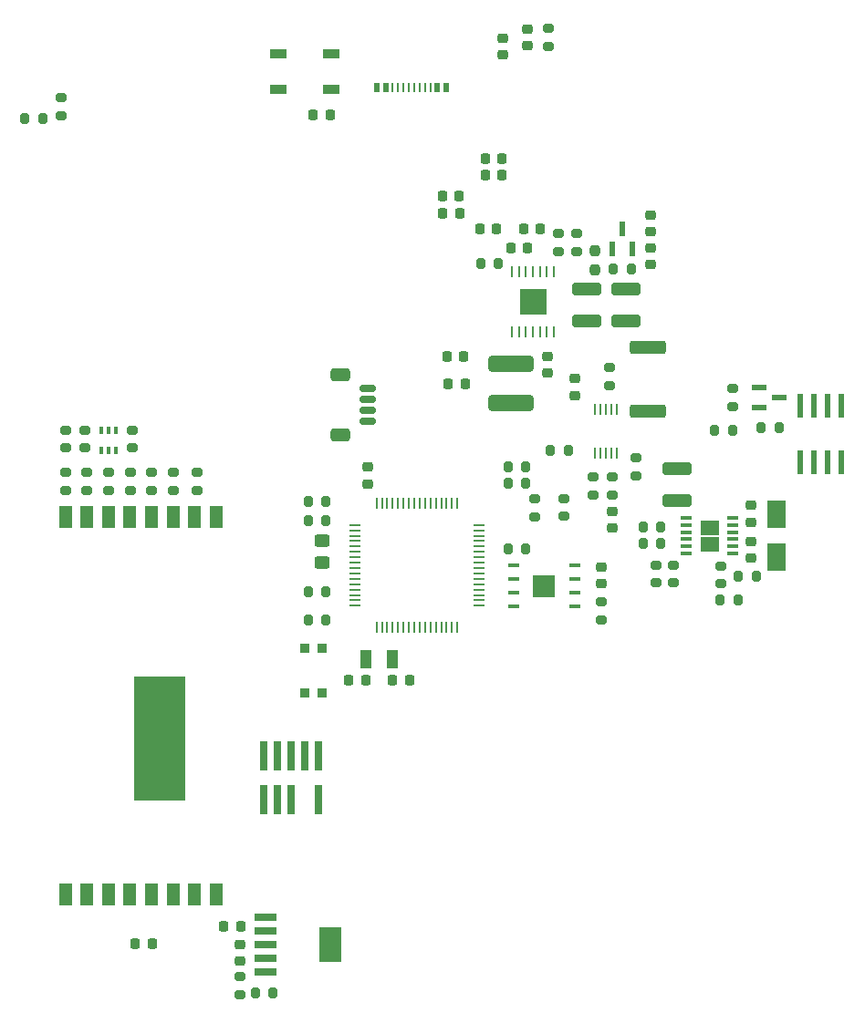
<source format=gtp>
%TF.GenerationSoftware,KiCad,Pcbnew,7.0.9*%
%TF.CreationDate,2024-05-14T22:46:04-07:00*%
%TF.ProjectId,mainboard,6d61696e-626f-4617-9264-2e6b69636164,06b*%
%TF.SameCoordinates,Original*%
%TF.FileFunction,Paste,Top*%
%TF.FilePolarity,Positive*%
%FSLAX46Y46*%
G04 Gerber Fmt 4.6, Leading zero omitted, Abs format (unit mm)*
G04 Created by KiCad (PCBNEW 7.0.9) date 2024-05-14 22:46:04*
%MOMM*%
%LPD*%
G01*
G04 APERTURE LIST*
G04 Aperture macros list*
%AMRoundRect*
0 Rectangle with rounded corners*
0 $1 Rounding radius*
0 $2 $3 $4 $5 $6 $7 $8 $9 X,Y pos of 4 corners*
0 Add a 4 corners polygon primitive as box body*
4,1,4,$2,$3,$4,$5,$6,$7,$8,$9,$2,$3,0*
0 Add four circle primitives for the rounded corners*
1,1,$1+$1,$2,$3*
1,1,$1+$1,$4,$5*
1,1,$1+$1,$6,$7*
1,1,$1+$1,$8,$9*
0 Add four rect primitives between the rounded corners*
20,1,$1+$1,$2,$3,$4,$5,0*
20,1,$1+$1,$4,$5,$6,$7,0*
20,1,$1+$1,$6,$7,$8,$9,0*
20,1,$1+$1,$8,$9,$2,$3,0*%
G04 Aperture macros list end*
%ADD10C,0.025400*%
%ADD11RoundRect,0.250000X0.650000X-0.350000X0.650000X0.350000X-0.650000X0.350000X-0.650000X-0.350000X0*%
%ADD12RoundRect,0.150000X0.625000X-0.150000X0.625000X0.150000X-0.625000X0.150000X-0.625000X-0.150000X0*%
%ADD13RoundRect,0.250000X-1.100000X0.325000X-1.100000X-0.325000X1.100000X-0.325000X1.100000X0.325000X0*%
%ADD14RoundRect,0.200000X-0.200000X-0.275000X0.200000X-0.275000X0.200000X0.275000X-0.200000X0.275000X0*%
%ADD15R,0.213360X1.120140*%
%ADD16R,1.722000X1.617000*%
%ADD17RoundRect,0.225000X-0.225000X-0.250000X0.225000X-0.250000X0.225000X0.250000X-0.225000X0.250000X0*%
%ADD18RoundRect,0.225000X0.250000X-0.225000X0.250000X0.225000X-0.250000X0.225000X-0.250000X-0.225000X0*%
%ADD19RoundRect,0.200000X0.200000X0.275000X-0.200000X0.275000X-0.200000X-0.275000X0.200000X-0.275000X0*%
%ADD20RoundRect,0.225000X0.225000X0.250000X-0.225000X0.250000X-0.225000X-0.250000X0.225000X-0.250000X0*%
%ADD21R,1.320800X0.558800*%
%ADD22R,0.210000X1.032500*%
%ADD23R,1.032500X0.210000*%
%ADD24R,0.609600X2.209800*%
%ADD25R,1.050000X0.450000*%
%ADD26R,2.100000X2.100000*%
%ADD27RoundRect,0.200000X-0.275000X0.200000X-0.275000X-0.200000X0.275000X-0.200000X0.275000X0.200000X0*%
%ADD28R,1.500000X0.900000*%
%ADD29RoundRect,0.225000X-0.250000X0.225000X-0.250000X-0.225000X0.250000X-0.225000X0.250000X0.225000X0*%
%ADD30RoundRect,0.250000X-0.450000X0.325000X-0.450000X-0.325000X0.450000X-0.325000X0.450000X0.325000X0*%
%ADD31RoundRect,0.200000X0.275000X-0.200000X0.275000X0.200000X-0.275000X0.200000X-0.275000X-0.200000X0*%
%ADD32R,1.000000X1.800000*%
%ADD33RoundRect,0.218750X0.256250X-0.218750X0.256250X0.218750X-0.256250X0.218750X-0.256250X-0.218750X0*%
%ADD34RoundRect,0.250000X-1.425000X0.362500X-1.425000X-0.362500X1.425000X-0.362500X1.425000X0.362500X0*%
%ADD35RoundRect,0.333000X-1.767000X0.417000X-1.767000X-0.417000X1.767000X-0.417000X1.767000X0.417000X0*%
%ADD36R,0.558800X1.320800*%
%ADD37RoundRect,0.250000X1.100000X-0.325000X1.100000X0.325000X-1.100000X0.325000X-1.100000X-0.325000X0*%
%ADD38R,0.211328X1.137920*%
%ADD39R,0.900000X0.900000*%
%ADD40R,0.400000X0.650000*%
%ADD41R,2.000000X0.650000*%
%ADD42R,2.000000X3.200000*%
%ADD43R,0.480000X0.920000*%
%ADD44R,0.240000X0.920000*%
%ADD45R,0.977900X0.302260*%
%ADD46R,1.700000X2.500000*%
%ADD47RoundRect,0.237500X0.237500X-0.250000X0.237500X0.250000X-0.237500X0.250000X-0.237500X-0.250000X0*%
%ADD48R,0.740000X2.790000*%
%ADD49R,1.300000X2.000000*%
%ADD50R,4.700000X11.500000*%
G04 APERTURE END LIST*
G36*
X158046100Y-81213096D02*
G01*
X155586100Y-81213096D01*
X155586100Y-78903096D01*
X158046100Y-78903096D01*
X158046100Y-81213096D01*
G37*
D10*
X173978900Y-101677800D02*
X172426300Y-101677800D01*
X172426300Y-100404600D01*
X173978900Y-100404600D01*
X173978900Y-101677800D01*
G36*
X173978900Y-101677800D02*
G01*
X172426300Y-101677800D01*
X172426300Y-100404600D01*
X173978900Y-100404600D01*
X173978900Y-101677800D01*
G37*
X173978900Y-103151000D02*
X172426300Y-103151000D01*
X172426300Y-101877800D01*
X173978900Y-101877800D01*
X173978900Y-103151000D01*
G36*
X173978900Y-103151000D02*
G01*
X172426300Y-103151000D01*
X172426300Y-101877800D01*
X173978900Y-101877800D01*
X173978900Y-103151000D01*
G37*
D11*
X138960000Y-86830000D03*
X138960000Y-92430000D03*
D12*
X141485000Y-88130000D03*
X141485000Y-89130000D03*
X141485000Y-90130000D03*
X141485000Y-91130000D03*
D13*
X170200000Y-95525000D03*
X170200000Y-98475000D03*
D14*
X177991000Y-91694000D03*
X179641000Y-91694000D03*
D15*
X158766134Y-77289496D03*
X158116121Y-77289496D03*
X157466112Y-77289496D03*
X156816100Y-77289496D03*
X156166088Y-77289496D03*
X155516079Y-77289496D03*
X154866066Y-77289496D03*
X154866066Y-82826696D03*
X155516079Y-82826696D03*
X156166088Y-82826696D03*
X156816100Y-82826696D03*
X157466112Y-82826696D03*
X158116121Y-82826696D03*
X158766134Y-82826696D03*
D16*
X156816100Y-80058096D03*
D17*
X148958000Y-87630000D03*
X150508000Y-87630000D03*
X148865600Y-85090000D03*
X150415600Y-85090000D03*
D18*
X158178500Y-86690500D03*
X158178500Y-85140500D03*
D19*
X153606000Y-76517500D03*
X151956000Y-76517500D03*
D20*
X156286500Y-75057000D03*
X154736500Y-75057000D03*
D21*
X177783800Y-87995596D03*
X177783800Y-89900596D03*
X179663400Y-88948096D03*
D14*
X164275000Y-76962000D03*
X165925000Y-76962000D03*
D22*
X142300000Y-110259000D03*
X142800000Y-110259000D03*
X143300000Y-110259000D03*
X143800000Y-110259000D03*
X144300000Y-110259000D03*
X144800000Y-110259000D03*
X145300000Y-110259000D03*
X145800000Y-110259000D03*
X146300000Y-110259000D03*
X146800000Y-110259000D03*
X147300000Y-110259000D03*
X147800000Y-110259000D03*
X148300000Y-110259000D03*
X148800000Y-110259000D03*
X149300000Y-110259000D03*
X149800000Y-110259000D03*
D23*
X151788000Y-108271000D03*
X151788000Y-107771000D03*
X151788000Y-107271000D03*
X151788000Y-106771000D03*
X151788000Y-106271000D03*
X151788000Y-105771000D03*
X151788000Y-105271000D03*
X151788000Y-104771000D03*
X151788000Y-104271000D03*
X151788000Y-103771000D03*
X151788000Y-103271000D03*
X151788000Y-102771000D03*
X151788000Y-102271000D03*
X151788000Y-101771000D03*
X151788000Y-101271000D03*
X151788000Y-100771000D03*
D22*
X149800000Y-98783000D03*
X149300000Y-98783000D03*
X148800000Y-98783000D03*
X148300000Y-98783000D03*
X147800000Y-98783000D03*
X147300000Y-98783000D03*
X146800000Y-98783000D03*
X146300000Y-98783000D03*
X145800000Y-98783000D03*
X145300000Y-98783000D03*
X144800000Y-98783000D03*
X144300000Y-98783000D03*
X143800000Y-98783000D03*
X143300000Y-98783000D03*
X142800000Y-98783000D03*
X142300000Y-98783000D03*
D23*
X140312000Y-100771000D03*
X140312000Y-101271000D03*
X140312000Y-101771000D03*
X140312000Y-102271000D03*
X140312000Y-102771000D03*
X140312000Y-103271000D03*
X140312000Y-103771000D03*
X140312000Y-104271000D03*
X140312000Y-104771000D03*
X140312000Y-105271000D03*
X140312000Y-105771000D03*
X140312000Y-106271000D03*
X140312000Y-106771000D03*
X140312000Y-107271000D03*
X140312000Y-107771000D03*
X140312000Y-108271000D03*
D24*
X185420000Y-89712800D03*
X184150000Y-89712800D03*
X182880000Y-89712800D03*
X181610000Y-89712800D03*
X181610000Y-94945200D03*
X182880000Y-94945200D03*
X184150000Y-94945200D03*
X185420000Y-94945200D03*
D14*
X135954000Y-100330000D03*
X137604000Y-100330000D03*
D25*
X155011000Y-104521000D03*
X155011000Y-105791000D03*
X155011000Y-107061000D03*
X155011000Y-108331000D03*
X160711000Y-108331000D03*
X160711000Y-107061000D03*
X160711000Y-105791000D03*
X160711000Y-104521000D03*
D26*
X157861000Y-106426000D03*
D14*
X154496000Y-95377000D03*
X156146000Y-95377000D03*
D19*
X137604000Y-109601000D03*
X135954000Y-109601000D03*
D18*
X154051000Y-57143000D03*
X154051000Y-55593000D03*
D27*
X158254700Y-54674000D03*
X158254700Y-56324000D03*
D20*
X153937000Y-66776600D03*
X152387000Y-66776600D03*
D17*
X148450000Y-71818500D03*
X150000000Y-71818500D03*
D27*
X159194500Y-73724000D03*
X159194500Y-75374000D03*
D17*
X151879000Y-73279000D03*
X153429000Y-73279000D03*
D28*
X138086000Y-60324000D03*
X138086000Y-57024000D03*
X133186000Y-57024000D03*
X133186000Y-60324000D03*
D19*
X156146000Y-102997000D03*
X154496000Y-102997000D03*
D18*
X164211000Y-101064196D03*
X164211000Y-99514196D03*
D29*
X163195000Y-104683096D03*
X163195000Y-106233096D03*
D14*
X135954000Y-106934000D03*
X137604000Y-106934000D03*
D19*
X137604000Y-98552000D03*
X135954000Y-98552000D03*
D30*
X137287000Y-102226000D03*
X137287000Y-104276000D03*
D20*
X137975000Y-62700000D03*
X136425000Y-62700000D03*
X157493000Y-73279000D03*
X155943000Y-73279000D03*
D17*
X148412000Y-70231000D03*
X149962000Y-70231000D03*
D31*
X162433000Y-97980000D03*
X162433000Y-96330000D03*
X164211000Y-97980000D03*
X164211000Y-96330000D03*
D14*
X158433000Y-93853000D03*
X160083000Y-93853000D03*
D31*
X166370000Y-96202000D03*
X166370000Y-94552000D03*
D19*
X156146000Y-96901000D03*
X154496000Y-96901000D03*
D17*
X143801800Y-115183920D03*
X145351800Y-115183920D03*
D32*
X141294800Y-113278920D03*
X143794800Y-113278920D03*
D20*
X141287800Y-115183920D03*
X139737800Y-115183920D03*
D31*
X160909000Y-75374000D03*
X160909000Y-73724000D03*
D33*
X156293500Y-56286500D03*
X156293500Y-54711500D03*
D34*
X167500000Y-84312500D03*
X167500000Y-90237500D03*
D35*
X154813000Y-85830000D03*
X154813000Y-89430000D03*
D36*
X164147500Y-75171300D03*
X166052500Y-75171300D03*
X165100000Y-73291700D03*
D19*
X175323000Y-91948000D03*
X173673000Y-91948000D03*
D27*
X175387000Y-88123096D03*
X175387000Y-89773096D03*
D37*
X161769100Y-81787096D03*
X161769100Y-78837096D03*
X165481000Y-81787096D03*
X165481000Y-78837096D03*
D29*
X167767000Y-71996000D03*
X167767000Y-73546000D03*
D27*
X163957000Y-86170000D03*
X163957000Y-87820000D03*
D38*
X164576001Y-90030300D03*
X164075999Y-90030300D03*
X163576000Y-90030300D03*
X163076001Y-90030300D03*
X162575999Y-90030300D03*
X162575999Y-94119700D03*
X163076001Y-94119700D03*
X163576000Y-94119700D03*
X164075999Y-94119700D03*
X164576001Y-94119700D03*
D27*
X129649937Y-142705948D03*
X129649937Y-144355948D03*
D39*
X135661500Y-112250000D03*
X135661500Y-116350000D03*
X137261500Y-112250000D03*
X137261500Y-116350000D03*
D18*
X167767000Y-76594000D03*
X167767000Y-75044000D03*
D31*
X115438600Y-97535500D03*
X115438600Y-95885500D03*
X113438600Y-97535500D03*
X113438600Y-95885500D03*
D27*
X119438600Y-95885500D03*
X119438600Y-97535500D03*
D31*
X121438600Y-97535500D03*
X121438600Y-95885500D03*
X113438600Y-93623900D03*
X113438600Y-91973900D03*
X119650000Y-93623900D03*
X119650000Y-91973900D03*
D40*
X116788600Y-93850500D03*
X117438600Y-93850500D03*
X118088600Y-93850500D03*
X118088600Y-91950500D03*
X117438600Y-91950500D03*
X116788600Y-91950500D03*
D27*
X115225000Y-91973900D03*
X115225000Y-93623900D03*
X117438600Y-95885500D03*
X117438600Y-97535500D03*
X123438600Y-95885500D03*
X123438600Y-97535500D03*
D31*
X125666500Y-97535500D03*
X125666500Y-95885500D03*
D41*
X131983937Y-137180948D03*
X131983937Y-138450948D03*
X131983937Y-139720948D03*
X131983937Y-140990948D03*
X131983937Y-142260948D03*
D42*
X137983937Y-139720948D03*
D17*
X119925800Y-139674600D03*
X121475800Y-139674600D03*
D14*
X131058937Y-144258948D03*
X132708937Y-144258948D03*
D29*
X129649937Y-139707948D03*
X129649937Y-141257948D03*
D17*
X152387000Y-68250000D03*
X153937000Y-68250000D03*
D29*
X160675000Y-87200000D03*
X160675000Y-88750000D03*
D43*
X148752000Y-60128000D03*
X147952000Y-60128000D03*
D44*
X146802000Y-60128000D03*
X145802000Y-60128000D03*
X145302000Y-60128000D03*
X144302000Y-60128000D03*
D43*
X143152000Y-60128000D03*
X142352000Y-60128000D03*
D44*
X143802000Y-60128000D03*
X144802000Y-60128000D03*
X146302000Y-60128000D03*
X147302000Y-60128000D03*
D19*
X177532800Y-105567481D03*
X175882800Y-105567481D03*
D27*
X168224200Y-104488481D03*
X168224200Y-106138481D03*
D45*
X171018200Y-100152200D03*
X171018200Y-100802441D03*
X171018200Y-101452681D03*
X171018200Y-102102919D03*
X171018200Y-102753159D03*
X171018200Y-103403400D03*
X175387000Y-103403400D03*
X175387000Y-102753159D03*
X175387000Y-102102919D03*
X175387000Y-101452681D03*
X175387000Y-100802441D03*
X175387000Y-100152200D03*
D46*
X179451000Y-99759000D03*
X179451000Y-103759000D03*
D47*
X162560000Y-77112500D03*
X162560000Y-75287500D03*
D17*
X128133937Y-138008948D03*
X129683937Y-138008948D03*
D18*
X177063400Y-100500481D03*
X177063400Y-98950481D03*
D27*
X169849800Y-104488481D03*
X169849800Y-106138481D03*
D48*
X131825000Y-126280000D03*
X131825000Y-122210000D03*
X133095000Y-126280000D03*
X133095000Y-122210000D03*
X134365000Y-126280000D03*
X134365000Y-122210000D03*
X135635000Y-122210000D03*
X136905000Y-126280000D03*
X136905000Y-122210000D03*
D49*
X113420000Y-135050000D03*
X115420000Y-135050000D03*
X117420000Y-135050000D03*
X119420000Y-135050000D03*
X121420000Y-135050000D03*
X123420000Y-135050000D03*
X125420000Y-135050000D03*
X127420000Y-135050000D03*
X127420000Y-100050000D03*
X125420000Y-100050000D03*
X123420000Y-100050000D03*
X121420000Y-100050000D03*
X119420000Y-100050000D03*
X117420000Y-100050000D03*
X115420000Y-100050000D03*
X113420000Y-100050000D03*
D50*
X122170000Y-120600000D03*
D27*
X157010000Y-98345000D03*
X157010000Y-99995000D03*
D19*
X111325000Y-62990000D03*
X109675000Y-62990000D03*
D14*
X174181000Y-107696000D03*
X175831000Y-107696000D03*
X167015000Y-100950000D03*
X168665000Y-100950000D03*
D19*
X168665000Y-102490000D03*
X167015000Y-102490000D03*
D18*
X177063400Y-103853281D03*
X177063400Y-102303281D03*
D27*
X163169600Y-107937800D03*
X163169600Y-109587800D03*
D31*
X113010000Y-62765000D03*
X113010000Y-61115000D03*
D27*
X159660000Y-98335000D03*
X159660000Y-99985000D03*
X174244000Y-104585000D03*
X174244000Y-106235000D03*
D18*
X141520000Y-96945000D03*
X141520000Y-95395000D03*
M02*

</source>
